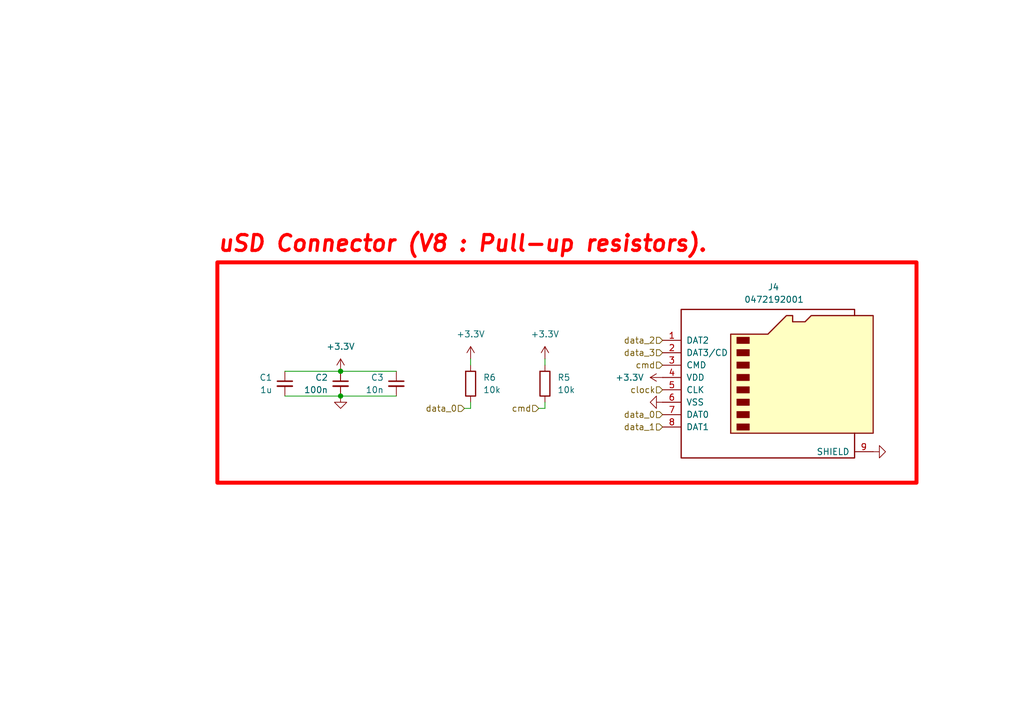
<source format=kicad_sch>
(kicad_sch (version 20250114) (generator "eeschema") (generator_version "9.0")
  (paper "A5")
  (lib_symbols
    (symbol "Connector:Micro_SD_Card" (pin_names (offset 1.016))
      (property "Reference" "J" (at -16.51 15.24 0))
      (property "Value" "Micro_SD_Card" (at 16.51 15.24 0))
      (symbol "Micro_SD_Card_0_1"
        (polyline (pts (xy -8.89 -11.43) (xy -8.89 8.89) (xy -1.27 8.89) (xy 2.54 12.7) (xy 3.81 12.7) (xy 3.81 11.43) (xy 6.35 11.43) (xy 7.62 12.7) (xy 20.32 12.7) (xy 20.32 -11.43) (xy -8.89 -11.43)) (stroke (width 0.254)) (fill (type background)))
        (rectangle (start -7.62 8.255) (end -5.08 6.985) (fill (type outline)))
        (rectangle (start -7.62 5.715) (end -5.08 4.445) (fill (type outline)))
        (rectangle (start -7.62 3.175) (end -5.08 1.905) (fill (type outline)))
        (rectangle (start -7.62 0.635) (end -5.08 -0.635) (fill (type outline)))
        (rectangle (start -7.62 -1.905) (end -5.08 -3.175) (fill (type outline)))
        (rectangle (start -7.62 -4.445) (end -5.08 -5.715) (fill (type outline)))
        (rectangle (start -7.62 -6.985) (end -5.08 -8.255) (fill (type outline)))
        (rectangle (start -7.62 -9.525) (end -5.08 -10.795) (fill (type outline)))
        (polyline (pts (xy 16.51 12.7) (xy 16.51 13.97) (xy -19.05 13.97) (xy -19.05 -16.51) (xy 16.51 -16.51) (xy 16.51 -11.43)) (stroke (width 0.254)))
      )
      (symbol "Micro_SD_Card_1_1"
        (pin bidirectional line (at -22.86 7.62 0) (length 3.81) (name "DAT2") (number "1"))
        (pin bidirectional line (at -22.86 5.08 0) (length 3.81) (name "DAT3/CD") (number "2"))
        (pin input line (at -22.86 2.54 0) (length 3.81) (name "CMD") (number "3"))
        (pin power_in line (at -22.86 0 0) (length 3.81) (name "VDD") (number "4"))
        (pin input line (at -22.86 -2.54 0) (length 3.81) (name "CLK") (number "5"))
        (pin power_in line (at -22.86 -5.08 0) (length 3.81) (name "VSS") (number "6"))
        (pin bidirectional line (at -22.86 -7.62 0) (length 3.81) (name "DAT0") (number "7"))
        (pin bidirectional line (at -22.86 -10.16 0) (length 3.81) (name "DAT1") (number "8"))
        (pin passive line (at 20.32 -15.24 180) (length 3.81) (name "SHIELD") (number "9"))
      )
    )
    (symbol "Device:C_Small" (pin_numbers (hide yes)) (pin_names (offset 0.254) (hide yes))
      (property "Reference" "C" (at 0.254 1.778 0))
      (property "Value" "C_Small" (at 0.254 -2.032 0))
      (symbol "C_Small_0_1"
        (polyline (pts (xy -1.524 0.508) (xy 1.524 0.508)) (stroke (width 0.3048)))
        (polyline (pts (xy -1.524 -0.508) (xy 1.524 -0.508)) (stroke (width 0.3302)))
      )
      (symbol "C_Small_1_1"
        (pin passive line (at 0 2.54 270) (length 2.032) (name "~") (number "1"))
        (pin passive line (at 0 -2.54 90) (length 2.032) (name "~") (number "2"))
      )
    )
    (symbol "Device:R" (pin_numbers (hide yes)) (pin_names (offset 0))
      (property "Reference" "R" (at 2.032 0 90))
      (property "Value" "R" (at 0 0 90))
      (symbol "R_0_1"
        (rectangle (start -1.016 -2.54) (end 1.016 2.54) (stroke (width 0.254)))
      )
      (symbol "R_1_1"
        (pin passive line (at 0 3.81 270) (length 1.27) (name "~") (number "1"))
        (pin passive line (at 0 -3.81 90) (length 1.27) (name "~") (number "2"))
      )
    )
    (symbol "power:+3.3V" (power) (pin_numbers (hide yes)) (pin_names (offset 0) (hide yes))
      (property "Value" "+3.3V" (at 0 3.556 0))
      (symbol "+3.3V_0_1"
        (polyline (pts (xy -0.762 1.27) (xy 0 2.54)))
        (polyline (pts (xy 0 2.54) (xy 0.762 1.27)))
        (polyline (pts (xy 0 0) (xy 0 2.54)))
      )
      (symbol "+3.3V_1_1"
        (pin power_in line (at 0 0 90) (length 0) (name "~") (number "1"))
      )
    )
    (symbol "power:GND" (power) (pin_numbers (hide yes)) (pin_names (offset 0) (hide yes))
      (property "Value" "GND" (at 0 -3.81 0))
      (symbol "GND_0_1"
        (polyline (pts (xy 0 0) (xy 0 -1.27) (xy 1.27 -1.27) (xy 0 -2.54) (xy -1.27 -1.27) (xy 0 -1.27)))
      )
      (symbol "GND_1_1"
        (pin power_in line (at 0 0 270) (length 0) (name "~") (number "1"))
      )
    )
  )
  (rectangle (start 44.577 53.848) (end 187.96 99.06) (stroke (width 0.8128) (color 255 0 0 1)))
  (text "uSD Connector (V8 : Pull-up resistors)." (at 44.45 52.07 0) (effects (font (size 3.2512 3.2512) (thickness 0.6502) (bold yes) (italic yes)) (justify left bottom)))
  (junction (at 69.85 76.2))
  (junction (at 69.85 81.28))
  (wire (pts (xy 69.85 81.28) (xy 58.42 81.28)))
  (wire (pts (xy 69.85 76.2) (xy 81.28 76.2)))
  (wire (pts (xy 69.85 81.28) (xy 81.28 81.28)))
  (wire (pts (xy 96.52 73.66) (xy 96.52 74.93)))
  (wire (pts (xy 111.76 82.55) (xy 111.76 83.82)))
  (wire (pts (xy 111.76 73.66) (xy 111.76 74.93)))
  (wire (pts (xy 96.52 82.55) (xy 96.52 83.82)))
  (wire (pts (xy 58.42 76.2) (xy 69.85 76.2)))
  (wire (pts (xy 95.25 83.82) (xy 96.52 83.82)))
  (wire (pts (xy 110.49 83.82) (xy 111.76 83.82)))
  (hierarchical_label "data_2" (shape input) (at 135.89 69.85 180))
  (hierarchical_label "clock" (shape input) (at 135.89 80.01 180))
  (hierarchical_label "data_1" (shape input) (at 135.89 87.63 180))
  (hierarchical_label "cmd" (shape input) (at 135.89 74.93 180))
  (hierarchical_label "data_0" (shape input) (at 135.89 85.09 180))
  (hierarchical_label "cmd" (shape input) (at 110.49 83.82 180))
  (hierarchical_label "data_0" (shape input) (at 95.25 83.82 180))
  (hierarchical_label "data_3" (shape input) (at 135.89 72.39 180))
  (symbol (lib_id "power:+3.3V") (at 135.89 77.47 90) (unit 1)
    (property "Reference" "#PWR054" (effects (hide yes)))
    (property "Value" "+3.3V" (at 132.08 77.4699 90) (effects (justify left)))
    (property "Description" "Power symbol creates a global label with name \"+3.3V\"" (effects (hide yes)))
  )
  (symbol (lib_id "power:+3.3V") (at 111.76 73.66 0) (unit 1)
    (property "Reference" "#PWR056" (effects (hide yes)))
    (property "Value" "+3.3V" (at 111.76 68.58 0))
    (property "Description" "Power symbol creates a global label with name \"+3.3V\"" (effects (hide yes)))
  )
  (symbol (lib_id "Device:R") (at 111.76 78.74 0) (mirror y) (unit 1)
    (property "Reference" "R5" (at 114.3 77.4699 0) (effects (justify right)))
    (property "Value" "10k" (at 114.3 80.0099 0) (effects (justify right)))
    (property "Footprint" "Resistor_SMD:R_1206_3216Metric_Pad1.30x1.75mm_HandSolder" (effects (hide yes)))
    (property "Description" "Resistor" (effects (hide yes)))
  )
  (symbol (lib_id "Device:C_Small") (at 58.42 78.74 0) (mirror y) (unit 1)
    (property "Reference" "C1" (at 55.88 77.4762 0) (effects (justify left)))
    (property "Value" "1u" (at 55.88 80.0162 0) (effects (justify left)))
    (property "Footprint" "Capacitor_SMD:C_1206_3216Metric_Pad1.33x1.80mm_HandSolder" (effects (hide yes)))
    (property "Description" "Unpolarized capacitor, small symbol" (effects (hide yes)))
  )
  (symbol (lib_id "Device:C_Small") (at 69.85 78.74 0) (mirror y) (unit 1)
    (property "Reference" "C2" (at 67.31 77.4762 0) (effects (justify left)))
    (property "Value" "100n" (at 67.31 80.0162 0) (effects (justify left)))
    (property "Footprint" "Capacitor_SMD:C_1206_3216Metric_Pad1.33x1.80mm_HandSolder" (effects (hide yes)))
    (property "Description" "Unpolarized capacitor, small symbol" (effects (hide yes)))
  )
  (symbol (lib_id "Connector:Micro_SD_Card") (at 158.75 77.47 0) (unit 1)
    (property "Reference" "J4" (at 158.623 58.928 0))
    (property "Value" "0472192001" (at 158.75 61.468 0))
    (property "Footprint" "pcb:microSD_HC_Molex_47219-2001" (effects (hide yes)))
    (property "Datasheet" "https://www.we-online.com/components/products/datasheet/693072010801.pdf" (effects (hide yes)))
    (property "Description" "Micro SD Card Socket" (effects (hide yes)))
  )
  (symbol (lib_id "power:GND") (at 69.85 81.28 0) (unit 1)
    (property "Reference" "#PWR049" (effects (hide yes)))
    (property "Value" "GND" (effects (hide yes)))
    (property "Description" "Power symbol creates a global label with name \"GND\" , ground" (effects (hide yes)))
  )
  (symbol (lib_id "power:+3.3V") (at 69.85 76.2 0) (unit 1)
    (property "Reference" "#PWR048" (effects (hide yes)))
    (property "Value" "+3.3V" (at 69.85 71.12 0))
    (property "Description" "Power symbol creates a global label with name \"+3.3V\"" (effects (hide yes)))
  )
  (symbol (lib_id "power:GND") (at 135.89 82.55 270) (unit 1)
    (property "Reference" "#PWR053" (effects (hide yes)))
    (property "Value" "GND" (effects (hide yes)))
    (property "Description" "Power symbol creates a global label with name \"GND\" , ground" (effects (hide yes)))
  )
  (symbol (lib_id "power:+3.3V") (at 96.52 73.66 0) (unit 1)
    (property "Reference" "#PWR055" (effects (hide yes)))
    (property "Value" "+3.3V" (at 96.52 68.58 0))
    (property "Description" "Power symbol creates a global label with name \"+3.3V\"" (effects (hide yes)))
  )
  (symbol (lib_id "power:GND") (at 179.07 92.71 90) (unit 1)
    (property "Reference" "#PWR050" (effects (hide yes)))
    (property "Value" "GND" (effects (hide yes)))
    (property "Description" "Power symbol creates a global label with name \"GND\" , ground" (effects (hide yes)))
  )
  (symbol (lib_id "Device:R") (at 96.52 78.74 0) (mirror y) (unit 1)
    (property "Reference" "R6" (at 99.06 77.4699 0) (effects (justify right)))
    (property "Value" "10k" (at 99.06 80.0099 0) (effects (justify right)))
    (property "Footprint" "Resistor_SMD:R_1206_3216Metric_Pad1.30x1.75mm_HandSolder" (effects (hide yes)))
    (property "Description" "Resistor" (effects (hide yes)))
  )
  (symbol (lib_id "Device:C_Small") (at 81.28 78.74 0) (mirror y) (unit 1)
    (property "Reference" "C3" (at 78.74 77.4762 0) (effects (justify left)))
    (property "Value" "10n" (at 78.74 80.0162 0) (effects (justify left)))
    (property "Footprint" "Capacitor_SMD:C_1206_3216Metric_Pad1.33x1.80mm_HandSolder" (effects (hide yes)))
    (property "Description" "Unpolarized capacitor, small symbol" (effects (hide yes)))
  )
)
</source>
